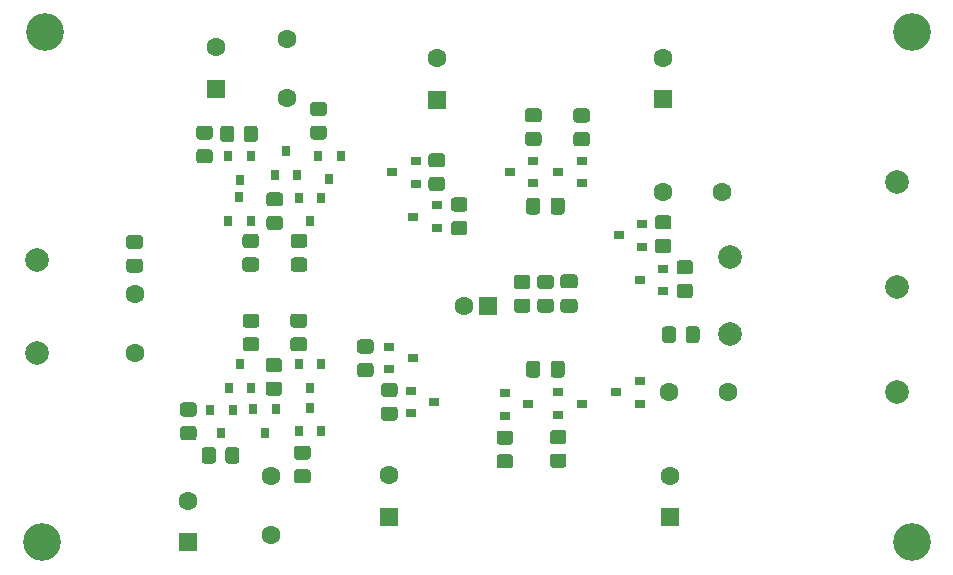
<source format=gbr>
G04 #@! TF.GenerationSoftware,KiCad,Pcbnew,(5.1.8-0-10_14)*
G04 #@! TF.CreationDate,2021-01-02T16:39:58+01:00*
G04 #@! TF.ProjectId,pre-amp-discret,7072652d-616d-4702-9d64-697363726574,rev?*
G04 #@! TF.SameCoordinates,Original*
G04 #@! TF.FileFunction,Soldermask,Top*
G04 #@! TF.FilePolarity,Negative*
%FSLAX46Y46*%
G04 Gerber Fmt 4.6, Leading zero omitted, Abs format (unit mm)*
G04 Created by KiCad (PCBNEW (5.1.8-0-10_14)) date 2021-01-02 16:39:58*
%MOMM*%
%LPD*%
G01*
G04 APERTURE LIST*
%ADD10R,0.900000X0.800000*%
%ADD11C,1.600000*%
%ADD12R,1.600000X1.600000*%
%ADD13R,0.800000X0.900000*%
%ADD14C,2.000000*%
%ADD15C,3.200000*%
G04 APERTURE END LIST*
D10*
X174834800Y-117515600D03*
X176834800Y-116565600D03*
X176834800Y-118465600D03*
X155657800Y-112181600D03*
X157657800Y-111231600D03*
X157657800Y-113131600D03*
X159226000Y-131633000D03*
X157226000Y-132583000D03*
X157226000Y-130683000D03*
D11*
X178612800Y-102494200D03*
D12*
X178612800Y-105994200D03*
G36*
G01*
X140738400Y-135693999D02*
X140738400Y-136594001D01*
G75*
G02*
X140488401Y-136844000I-249999J0D01*
G01*
X139788399Y-136844000D01*
G75*
G02*
X139538400Y-136594001I0J249999D01*
G01*
X139538400Y-135693999D01*
G75*
G02*
X139788399Y-135444000I249999J0D01*
G01*
X140488401Y-135444000D01*
G75*
G02*
X140738400Y-135693999I0J-249999D01*
G01*
G37*
G36*
G01*
X142738400Y-135693999D02*
X142738400Y-136594001D01*
G75*
G02*
X142488401Y-136844000I-249999J0D01*
G01*
X141788399Y-136844000D01*
G75*
G02*
X141538400Y-136594001I0J249999D01*
G01*
X141538400Y-135693999D01*
G75*
G02*
X141788399Y-135444000I249999J0D01*
G01*
X142488401Y-135444000D01*
G75*
G02*
X142738400Y-135693999I0J-249999D01*
G01*
G37*
G36*
G01*
X145193599Y-129898600D02*
X146093601Y-129898600D01*
G75*
G02*
X146343600Y-130148599I0J-249999D01*
G01*
X146343600Y-130848601D01*
G75*
G02*
X146093601Y-131098600I-249999J0D01*
G01*
X145193599Y-131098600D01*
G75*
G02*
X144943600Y-130848601I0J249999D01*
G01*
X144943600Y-130148599D01*
G75*
G02*
X145193599Y-129898600I249999J0D01*
G01*
G37*
G36*
G01*
X145193599Y-127898600D02*
X146093601Y-127898600D01*
G75*
G02*
X146343600Y-128148599I0J-249999D01*
G01*
X146343600Y-128848601D01*
G75*
G02*
X146093601Y-129098600I-249999J0D01*
G01*
X145193599Y-129098600D01*
G75*
G02*
X144943600Y-128848601I0J249999D01*
G01*
X144943600Y-128148599D01*
G75*
G02*
X145193599Y-127898600I249999J0D01*
G01*
G37*
G36*
G01*
X145269799Y-115868400D02*
X146169801Y-115868400D01*
G75*
G02*
X146419800Y-116118399I0J-249999D01*
G01*
X146419800Y-116818401D01*
G75*
G02*
X146169801Y-117068400I-249999J0D01*
G01*
X145269799Y-117068400D01*
G75*
G02*
X145019800Y-116818401I0J249999D01*
G01*
X145019800Y-116118399D01*
G75*
G02*
X145269799Y-115868400I249999J0D01*
G01*
G37*
G36*
G01*
X145269799Y-113868400D02*
X146169801Y-113868400D01*
G75*
G02*
X146419800Y-114118399I0J-249999D01*
G01*
X146419800Y-114818401D01*
G75*
G02*
X146169801Y-115068400I-249999J0D01*
G01*
X145269799Y-115068400D01*
G75*
G02*
X145019800Y-114818401I0J249999D01*
G01*
X145019800Y-114118399D01*
G75*
G02*
X145269799Y-113868400I249999J0D01*
G01*
G37*
G36*
G01*
X143097200Y-109365201D02*
X143097200Y-108465199D01*
G75*
G02*
X143347199Y-108215200I249999J0D01*
G01*
X144047201Y-108215200D01*
G75*
G02*
X144297200Y-108465199I0J-249999D01*
G01*
X144297200Y-109365201D01*
G75*
G02*
X144047201Y-109615200I-249999J0D01*
G01*
X143347199Y-109615200D01*
G75*
G02*
X143097200Y-109365201I0J249999D01*
G01*
G37*
G36*
G01*
X141097200Y-109365201D02*
X141097200Y-108465199D01*
G75*
G02*
X141347199Y-108215200I249999J0D01*
G01*
X142047201Y-108215200D01*
G75*
G02*
X142297200Y-108465199I0J-249999D01*
G01*
X142297200Y-109365201D01*
G75*
G02*
X142047201Y-109615200I-249999J0D01*
G01*
X141347199Y-109615200D01*
G75*
G02*
X141097200Y-109365201I0J249999D01*
G01*
G37*
D13*
X144871400Y-134232400D03*
X143921400Y-132232400D03*
X145821400Y-132232400D03*
X146669800Y-110395000D03*
X147619800Y-112395000D03*
X145719800Y-112395000D03*
D11*
X155422600Y-137845800D03*
D12*
X155422600Y-141345800D03*
D11*
X159435800Y-102519600D03*
D12*
X159435800Y-106019600D03*
G36*
G01*
X137954599Y-133664400D02*
X138854601Y-133664400D01*
G75*
G02*
X139104600Y-133914399I0J-249999D01*
G01*
X139104600Y-134614401D01*
G75*
G02*
X138854601Y-134864400I-249999J0D01*
G01*
X137954599Y-134864400D01*
G75*
G02*
X137704600Y-134614401I0J249999D01*
G01*
X137704600Y-133914399D01*
G75*
G02*
X137954599Y-133664400I249999J0D01*
G01*
G37*
G36*
G01*
X137954599Y-131664400D02*
X138854601Y-131664400D01*
G75*
G02*
X139104600Y-131914399I0J-249999D01*
G01*
X139104600Y-132614401D01*
G75*
G02*
X138854601Y-132864400I-249999J0D01*
G01*
X137954599Y-132864400D01*
G75*
G02*
X137704600Y-132614401I0J249999D01*
G01*
X137704600Y-131914399D01*
G75*
G02*
X137954599Y-131664400I249999J0D01*
G01*
G37*
D11*
X161753800Y-123469400D03*
D12*
X163753800Y-123469400D03*
D10*
X165614600Y-112130800D03*
X167614600Y-111180800D03*
X167614600Y-113080800D03*
G36*
G01*
X179702000Y-125470499D02*
X179702000Y-126370501D01*
G75*
G02*
X179452001Y-126620500I-249999J0D01*
G01*
X178751999Y-126620500D01*
G75*
G02*
X178502000Y-126370501I0J249999D01*
G01*
X178502000Y-125470499D01*
G75*
G02*
X178751999Y-125220500I249999J0D01*
G01*
X179452001Y-125220500D01*
G75*
G02*
X179702000Y-125470499I0J-249999D01*
G01*
G37*
G36*
G01*
X181702000Y-125470499D02*
X181702000Y-126370501D01*
G75*
G02*
X181452001Y-126620500I-249999J0D01*
G01*
X180751999Y-126620500D01*
G75*
G02*
X180502000Y-126370501I0J249999D01*
G01*
X180502000Y-125470499D01*
G75*
G02*
X180751999Y-125220500I249999J0D01*
G01*
X181452001Y-125220500D01*
G75*
G02*
X181702000Y-125470499I0J-249999D01*
G01*
G37*
G36*
G01*
X180891601Y-120824800D02*
X179991599Y-120824800D01*
G75*
G02*
X179741600Y-120574801I0J249999D01*
G01*
X179741600Y-119874799D01*
G75*
G02*
X179991599Y-119624800I249999J0D01*
G01*
X180891601Y-119624800D01*
G75*
G02*
X181141600Y-119874799I0J-249999D01*
G01*
X181141600Y-120574801D01*
G75*
G02*
X180891601Y-120824800I-249999J0D01*
G01*
G37*
G36*
G01*
X180891601Y-122824800D02*
X179991599Y-122824800D01*
G75*
G02*
X179741600Y-122574801I0J249999D01*
G01*
X179741600Y-121874799D01*
G75*
G02*
X179991599Y-121624800I249999J0D01*
G01*
X180891601Y-121624800D01*
G75*
G02*
X181141600Y-121874799I0J-249999D01*
G01*
X181141600Y-122574801D01*
G75*
G02*
X180891601Y-122824800I-249999J0D01*
G01*
G37*
G36*
G01*
X169272799Y-135994600D02*
X170172801Y-135994600D01*
G75*
G02*
X170422800Y-136244599I0J-249999D01*
G01*
X170422800Y-136944601D01*
G75*
G02*
X170172801Y-137194600I-249999J0D01*
G01*
X169272799Y-137194600D01*
G75*
G02*
X169022800Y-136944601I0J249999D01*
G01*
X169022800Y-136244599D01*
G75*
G02*
X169272799Y-135994600I249999J0D01*
G01*
G37*
G36*
G01*
X169272799Y-133994600D02*
X170172801Y-133994600D01*
G75*
G02*
X170422800Y-134244599I0J-249999D01*
G01*
X170422800Y-134944601D01*
G75*
G02*
X170172801Y-135194600I-249999J0D01*
G01*
X169272799Y-135194600D01*
G75*
G02*
X169022800Y-134944601I0J249999D01*
G01*
X169022800Y-134244599D01*
G75*
G02*
X169272799Y-133994600I249999J0D01*
G01*
G37*
G36*
G01*
X167164599Y-108747000D02*
X168064601Y-108747000D01*
G75*
G02*
X168314600Y-108996999I0J-249999D01*
G01*
X168314600Y-109697001D01*
G75*
G02*
X168064601Y-109947000I-249999J0D01*
G01*
X167164599Y-109947000D01*
G75*
G02*
X166914600Y-109697001I0J249999D01*
G01*
X166914600Y-108996999D01*
G75*
G02*
X167164599Y-108747000I249999J0D01*
G01*
G37*
G36*
G01*
X167164599Y-106747000D02*
X168064601Y-106747000D01*
G75*
G02*
X168314600Y-106996999I0J-249999D01*
G01*
X168314600Y-107697001D01*
G75*
G02*
X168064601Y-107947000I-249999J0D01*
G01*
X167164599Y-107947000D01*
G75*
G02*
X166914600Y-107697001I0J249999D01*
G01*
X166914600Y-106996999D01*
G75*
G02*
X167164599Y-106747000I249999J0D01*
G01*
G37*
G36*
G01*
X153840601Y-127523800D02*
X152940599Y-127523800D01*
G75*
G02*
X152690600Y-127273801I0J249999D01*
G01*
X152690600Y-126573799D01*
G75*
G02*
X152940599Y-126323800I249999J0D01*
G01*
X153840601Y-126323800D01*
G75*
G02*
X154090600Y-126573799I0J-249999D01*
G01*
X154090600Y-127273801D01*
G75*
G02*
X153840601Y-127523800I-249999J0D01*
G01*
G37*
G36*
G01*
X153840601Y-129523800D02*
X152940599Y-129523800D01*
G75*
G02*
X152690600Y-129273801I0J249999D01*
G01*
X152690600Y-128573799D01*
G75*
G02*
X152940599Y-128323800I249999J0D01*
G01*
X153840601Y-128323800D01*
G75*
G02*
X154090600Y-128573799I0J-249999D01*
G01*
X154090600Y-129273801D01*
G75*
G02*
X153840601Y-129523800I-249999J0D01*
G01*
G37*
G36*
G01*
X147327199Y-119383000D02*
X148227201Y-119383000D01*
G75*
G02*
X148477200Y-119632999I0J-249999D01*
G01*
X148477200Y-120333001D01*
G75*
G02*
X148227201Y-120583000I-249999J0D01*
G01*
X147327199Y-120583000D01*
G75*
G02*
X147077200Y-120333001I0J249999D01*
G01*
X147077200Y-119632999D01*
G75*
G02*
X147327199Y-119383000I249999J0D01*
G01*
G37*
G36*
G01*
X147327199Y-117383000D02*
X148227201Y-117383000D01*
G75*
G02*
X148477200Y-117632999I0J-249999D01*
G01*
X148477200Y-118333001D01*
G75*
G02*
X148227201Y-118583000I-249999J0D01*
G01*
X147327199Y-118583000D01*
G75*
G02*
X147077200Y-118333001I0J249999D01*
G01*
X147077200Y-117632999D01*
G75*
G02*
X147327199Y-117383000I249999J0D01*
G01*
G37*
G36*
G01*
X148978199Y-108213600D02*
X149878201Y-108213600D01*
G75*
G02*
X150128200Y-108463599I0J-249999D01*
G01*
X150128200Y-109163601D01*
G75*
G02*
X149878201Y-109413600I-249999J0D01*
G01*
X148978199Y-109413600D01*
G75*
G02*
X148728200Y-109163601I0J249999D01*
G01*
X148728200Y-108463599D01*
G75*
G02*
X148978199Y-108213600I249999J0D01*
G01*
G37*
G36*
G01*
X148978199Y-106213600D02*
X149878201Y-106213600D01*
G75*
G02*
X150128200Y-106463599I0J-249999D01*
G01*
X150128200Y-107163601D01*
G75*
G02*
X149878201Y-107413600I-249999J0D01*
G01*
X148978199Y-107413600D01*
G75*
G02*
X148728200Y-107163601I0J249999D01*
G01*
X148728200Y-106463599D01*
G75*
G02*
X148978199Y-106213600I249999J0D01*
G01*
G37*
G36*
G01*
X154972599Y-132006800D02*
X155872601Y-132006800D01*
G75*
G02*
X156122600Y-132256799I0J-249999D01*
G01*
X156122600Y-132956801D01*
G75*
G02*
X155872601Y-133206800I-249999J0D01*
G01*
X154972599Y-133206800D01*
G75*
G02*
X154722600Y-132956801I0J249999D01*
G01*
X154722600Y-132256799D01*
G75*
G02*
X154972599Y-132006800I249999J0D01*
G01*
G37*
G36*
G01*
X154972599Y-130006800D02*
X155872601Y-130006800D01*
G75*
G02*
X156122600Y-130256799I0J-249999D01*
G01*
X156122600Y-130956801D01*
G75*
G02*
X155872601Y-131206800I-249999J0D01*
G01*
X154972599Y-131206800D01*
G75*
G02*
X154722600Y-130956801I0J249999D01*
G01*
X154722600Y-130256799D01*
G75*
G02*
X154972599Y-130006800I249999J0D01*
G01*
G37*
G36*
G01*
X143237799Y-119383000D02*
X144137801Y-119383000D01*
G75*
G02*
X144387800Y-119632999I0J-249999D01*
G01*
X144387800Y-120333001D01*
G75*
G02*
X144137801Y-120583000I-249999J0D01*
G01*
X143237799Y-120583000D01*
G75*
G02*
X142987800Y-120333001I0J249999D01*
G01*
X142987800Y-119632999D01*
G75*
G02*
X143237799Y-119383000I249999J0D01*
G01*
G37*
G36*
G01*
X143237799Y-117383000D02*
X144137801Y-117383000D01*
G75*
G02*
X144387800Y-117632999I0J-249999D01*
G01*
X144387800Y-118333001D01*
G75*
G02*
X144137801Y-118583000I-249999J0D01*
G01*
X143237799Y-118583000D01*
G75*
G02*
X142987800Y-118333001I0J249999D01*
G01*
X142987800Y-117632999D01*
G75*
G02*
X143237799Y-117383000I249999J0D01*
G01*
G37*
G36*
G01*
X139326199Y-110220200D02*
X140226201Y-110220200D01*
G75*
G02*
X140476200Y-110470199I0J-249999D01*
G01*
X140476200Y-111170201D01*
G75*
G02*
X140226201Y-111420200I-249999J0D01*
G01*
X139326199Y-111420200D01*
G75*
G02*
X139076200Y-111170201I0J249999D01*
G01*
X139076200Y-110470199D01*
G75*
G02*
X139326199Y-110220200I249999J0D01*
G01*
G37*
G36*
G01*
X139326199Y-108220200D02*
X140226201Y-108220200D01*
G75*
G02*
X140476200Y-108470199I0J-249999D01*
G01*
X140476200Y-109170201D01*
G75*
G02*
X140226201Y-109420200I-249999J0D01*
G01*
X139326199Y-109420200D01*
G75*
G02*
X139076200Y-109170201I0J249999D01*
G01*
X139076200Y-108470199D01*
G75*
G02*
X139326199Y-108220200I249999J0D01*
G01*
G37*
D13*
X148701800Y-116325400D03*
X147751800Y-114325400D03*
X149651800Y-114325400D03*
X150342600Y-112776000D03*
X149392600Y-110776000D03*
X151292600Y-110776000D03*
D10*
X157403800Y-127889000D03*
X155403800Y-128839000D03*
X155403800Y-126939000D03*
D13*
X142748000Y-112794800D03*
X141798000Y-110794800D03*
X143698000Y-110794800D03*
X142737800Y-114300000D03*
X143687800Y-116300000D03*
X141787800Y-116300000D03*
G36*
G01*
X168184500Y-114561600D02*
X168184500Y-115511600D01*
G75*
G02*
X167934500Y-115761600I-250000J0D01*
G01*
X167259500Y-115761600D01*
G75*
G02*
X167009500Y-115511600I0J250000D01*
G01*
X167009500Y-114561600D01*
G75*
G02*
X167259500Y-114311600I250000J0D01*
G01*
X167934500Y-114311600D01*
G75*
G02*
X168184500Y-114561600I0J-250000D01*
G01*
G37*
G36*
G01*
X170259500Y-114561600D02*
X170259500Y-115511600D01*
G75*
G02*
X170009500Y-115761600I-250000J0D01*
G01*
X169334500Y-115761600D01*
G75*
G02*
X169084500Y-115511600I0J250000D01*
G01*
X169084500Y-114561600D01*
G75*
G02*
X169334500Y-114311600I250000J0D01*
G01*
X170009500Y-114311600D01*
G75*
G02*
X170259500Y-114561600I0J-250000D01*
G01*
G37*
D11*
X138379200Y-139979400D03*
D12*
X138379200Y-143479400D03*
D11*
X140792200Y-101605200D03*
D12*
X140792200Y-105105200D03*
D11*
X179171600Y-137901800D03*
D12*
X179171600Y-141401800D03*
D11*
X145415000Y-142922000D03*
X145415000Y-137922000D03*
X146786600Y-105892600D03*
X146786600Y-100892600D03*
X184133500Y-130810000D03*
X179133500Y-130810000D03*
X178587400Y-113817400D03*
X183587400Y-113817400D03*
D14*
X184302400Y-119354600D03*
X184251600Y-125907800D03*
X198374000Y-121920000D03*
X125603000Y-127508000D03*
X198374000Y-130810000D03*
X125603000Y-119634000D03*
X198374000Y-113030000D03*
D13*
X148706800Y-132112000D03*
X149656800Y-134112000D03*
X147756800Y-134112000D03*
D10*
X174657000Y-130807500D03*
X176657000Y-129857500D03*
X176657000Y-131757500D03*
G36*
G01*
X158985799Y-112557000D02*
X159885801Y-112557000D01*
G75*
G02*
X160135800Y-112806999I0J-249999D01*
G01*
X160135800Y-113507001D01*
G75*
G02*
X159885801Y-113757000I-249999J0D01*
G01*
X158985799Y-113757000D01*
G75*
G02*
X158735800Y-113507001I0J249999D01*
G01*
X158735800Y-112806999D01*
G75*
G02*
X158985799Y-112557000I249999J0D01*
G01*
G37*
G36*
G01*
X158985799Y-110557000D02*
X159885801Y-110557000D01*
G75*
G02*
X160135800Y-110806999I0J-249999D01*
G01*
X160135800Y-111507001D01*
G75*
G02*
X159885801Y-111757000I-249999J0D01*
G01*
X158985799Y-111757000D01*
G75*
G02*
X158735800Y-111507001I0J249999D01*
G01*
X158735800Y-110806999D01*
G75*
G02*
X158985799Y-110557000I249999J0D01*
G01*
G37*
G36*
G01*
X168184500Y-128366500D02*
X168184500Y-129316500D01*
G75*
G02*
X167934500Y-129566500I-250000J0D01*
G01*
X167259500Y-129566500D01*
G75*
G02*
X167009500Y-129316500I0J250000D01*
G01*
X167009500Y-128366500D01*
G75*
G02*
X167259500Y-128116500I250000J0D01*
G01*
X167934500Y-128116500D01*
G75*
G02*
X168184500Y-128366500I0J-250000D01*
G01*
G37*
G36*
G01*
X170259500Y-128366500D02*
X170259500Y-129316500D01*
G75*
G02*
X170009500Y-129566500I-250000J0D01*
G01*
X169334500Y-129566500D01*
G75*
G02*
X169084500Y-129316500I0J250000D01*
G01*
X169084500Y-128366500D01*
G75*
G02*
X169334500Y-128116500I250000J0D01*
G01*
X170009500Y-128116500D01*
G75*
G02*
X170259500Y-128366500I0J-250000D01*
G01*
G37*
G36*
G01*
X171112200Y-121999500D02*
X170162200Y-121999500D01*
G75*
G02*
X169912200Y-121749500I0J250000D01*
G01*
X169912200Y-121074500D01*
G75*
G02*
X170162200Y-120824500I250000J0D01*
G01*
X171112200Y-120824500D01*
G75*
G02*
X171362200Y-121074500I0J-250000D01*
G01*
X171362200Y-121749500D01*
G75*
G02*
X171112200Y-121999500I-250000J0D01*
G01*
G37*
G36*
G01*
X171112200Y-124074500D02*
X170162200Y-124074500D01*
G75*
G02*
X169912200Y-123824500I0J250000D01*
G01*
X169912200Y-123149500D01*
G75*
G02*
X170162200Y-122899500I250000J0D01*
G01*
X171112200Y-122899500D01*
G75*
G02*
X171362200Y-123149500I0J-250000D01*
G01*
X171362200Y-123824500D01*
G75*
G02*
X171112200Y-124074500I-250000J0D01*
G01*
G37*
X178625500Y-122232500D03*
X178625500Y-120332500D03*
X176625500Y-121282500D03*
G36*
G01*
X134308001Y-118675200D02*
X133407999Y-118675200D01*
G75*
G02*
X133158000Y-118425201I0J249999D01*
G01*
X133158000Y-117725199D01*
G75*
G02*
X133407999Y-117475200I249999J0D01*
G01*
X134308001Y-117475200D01*
G75*
G02*
X134558000Y-117725199I0J-249999D01*
G01*
X134558000Y-118425201D01*
G75*
G02*
X134308001Y-118675200I-249999J0D01*
G01*
G37*
G36*
G01*
X134308001Y-120675200D02*
X133407999Y-120675200D01*
G75*
G02*
X133158000Y-120425201I0J249999D01*
G01*
X133158000Y-119725199D01*
G75*
G02*
X133407999Y-119475200I249999J0D01*
G01*
X134308001Y-119475200D01*
G75*
G02*
X134558000Y-119725199I0J-249999D01*
G01*
X134558000Y-120425201D01*
G75*
G02*
X134308001Y-120675200I-249999J0D01*
G01*
G37*
G36*
G01*
X178162799Y-117814800D02*
X179062801Y-117814800D01*
G75*
G02*
X179312800Y-118064799I0J-249999D01*
G01*
X179312800Y-118764801D01*
G75*
G02*
X179062801Y-119014800I-249999J0D01*
G01*
X178162799Y-119014800D01*
G75*
G02*
X177912800Y-118764801I0J249999D01*
G01*
X177912800Y-118064799D01*
G75*
G02*
X178162799Y-117814800I249999J0D01*
G01*
G37*
G36*
G01*
X178162799Y-115814800D02*
X179062801Y-115814800D01*
G75*
G02*
X179312800Y-116064799I0J-249999D01*
G01*
X179312800Y-116764801D01*
G75*
G02*
X179062801Y-117014800I-249999J0D01*
G01*
X178162799Y-117014800D01*
G75*
G02*
X177912800Y-116764801I0J249999D01*
G01*
X177912800Y-116064799D01*
G75*
G02*
X178162799Y-115814800I249999J0D01*
G01*
G37*
G36*
G01*
X171253999Y-108772400D02*
X172154001Y-108772400D01*
G75*
G02*
X172404000Y-109022399I0J-249999D01*
G01*
X172404000Y-109722401D01*
G75*
G02*
X172154001Y-109972400I-249999J0D01*
G01*
X171253999Y-109972400D01*
G75*
G02*
X171004000Y-109722401I0J249999D01*
G01*
X171004000Y-109022399D01*
G75*
G02*
X171253999Y-108772400I249999J0D01*
G01*
G37*
G36*
G01*
X171253999Y-106772400D02*
X172154001Y-106772400D01*
G75*
G02*
X172404000Y-107022399I0J-249999D01*
G01*
X172404000Y-107722401D01*
G75*
G02*
X172154001Y-107972400I-249999J0D01*
G01*
X171253999Y-107972400D01*
G75*
G02*
X171004000Y-107722401I0J249999D01*
G01*
X171004000Y-107022399D01*
G75*
G02*
X171253999Y-106772400I249999J0D01*
G01*
G37*
G36*
G01*
X164751599Y-136045400D02*
X165651601Y-136045400D01*
G75*
G02*
X165901600Y-136295399I0J-249999D01*
G01*
X165901600Y-136995401D01*
G75*
G02*
X165651601Y-137245400I-249999J0D01*
G01*
X164751599Y-137245400D01*
G75*
G02*
X164501600Y-136995401I0J249999D01*
G01*
X164501600Y-136295399D01*
G75*
G02*
X164751599Y-136045400I249999J0D01*
G01*
G37*
G36*
G01*
X164751599Y-134045400D02*
X165651601Y-134045400D01*
G75*
G02*
X165901600Y-134295399I0J-249999D01*
G01*
X165901600Y-134995401D01*
G75*
G02*
X165651601Y-135245400I-249999J0D01*
G01*
X164751599Y-135245400D01*
G75*
G02*
X164501600Y-134995401I0J249999D01*
G01*
X164501600Y-134295399D01*
G75*
G02*
X164751599Y-134045400I249999J0D01*
G01*
G37*
G36*
G01*
X169106001Y-122062800D02*
X168205999Y-122062800D01*
G75*
G02*
X167956000Y-121812801I0J249999D01*
G01*
X167956000Y-121112799D01*
G75*
G02*
X168205999Y-120862800I249999J0D01*
G01*
X169106001Y-120862800D01*
G75*
G02*
X169356000Y-121112799I0J-249999D01*
G01*
X169356000Y-121812801D01*
G75*
G02*
X169106001Y-122062800I-249999J0D01*
G01*
G37*
G36*
G01*
X169106001Y-124062800D02*
X168205999Y-124062800D01*
G75*
G02*
X167956000Y-123812801I0J249999D01*
G01*
X167956000Y-123112799D01*
G75*
G02*
X168205999Y-122862800I249999J0D01*
G01*
X169106001Y-122862800D01*
G75*
G02*
X169356000Y-123112799I0J-249999D01*
G01*
X169356000Y-123812801D01*
G75*
G02*
X169106001Y-124062800I-249999J0D01*
G01*
G37*
G36*
G01*
X166224799Y-122862800D02*
X167124801Y-122862800D01*
G75*
G02*
X167374800Y-123112799I0J-249999D01*
G01*
X167374800Y-123812801D01*
G75*
G02*
X167124801Y-124062800I-249999J0D01*
G01*
X166224799Y-124062800D01*
G75*
G02*
X165974800Y-123812801I0J249999D01*
G01*
X165974800Y-123112799D01*
G75*
G02*
X166224799Y-122862800I249999J0D01*
G01*
G37*
G36*
G01*
X166224799Y-120862800D02*
X167124801Y-120862800D01*
G75*
G02*
X167374800Y-121112799I0J-249999D01*
G01*
X167374800Y-121812801D01*
G75*
G02*
X167124801Y-122062800I-249999J0D01*
G01*
X166224799Y-122062800D01*
G75*
G02*
X165974800Y-121812801I0J249999D01*
G01*
X165974800Y-121112799D01*
G75*
G02*
X166224799Y-120862800I249999J0D01*
G01*
G37*
G36*
G01*
X161790801Y-115500200D02*
X160890799Y-115500200D01*
G75*
G02*
X160640800Y-115250201I0J249999D01*
G01*
X160640800Y-114550199D01*
G75*
G02*
X160890799Y-114300200I249999J0D01*
G01*
X161790801Y-114300200D01*
G75*
G02*
X162040800Y-114550199I0J-249999D01*
G01*
X162040800Y-115250201D01*
G75*
G02*
X161790801Y-115500200I-249999J0D01*
G01*
G37*
G36*
G01*
X161790801Y-117500200D02*
X160890799Y-117500200D01*
G75*
G02*
X160640800Y-117250201I0J249999D01*
G01*
X160640800Y-116550199D01*
G75*
G02*
X160890799Y-116300200I249999J0D01*
G01*
X161790801Y-116300200D01*
G75*
G02*
X162040800Y-116550199I0J-249999D01*
G01*
X162040800Y-117250201D01*
G75*
G02*
X161790801Y-117500200I-249999J0D01*
G01*
G37*
G36*
G01*
X147606599Y-137315400D02*
X148506601Y-137315400D01*
G75*
G02*
X148756600Y-137565399I0J-249999D01*
G01*
X148756600Y-138265401D01*
G75*
G02*
X148506601Y-138515400I-249999J0D01*
G01*
X147606599Y-138515400D01*
G75*
G02*
X147356600Y-138265401I0J249999D01*
G01*
X147356600Y-137565399D01*
G75*
G02*
X147606599Y-137315400I249999J0D01*
G01*
G37*
G36*
G01*
X147606599Y-135315400D02*
X148506601Y-135315400D01*
G75*
G02*
X148756600Y-135565399I0J-249999D01*
G01*
X148756600Y-136265401D01*
G75*
G02*
X148506601Y-136515400I-249999J0D01*
G01*
X147606599Y-136515400D01*
G75*
G02*
X147356600Y-136265401I0J249999D01*
G01*
X147356600Y-135565399D01*
G75*
G02*
X147606599Y-135315400I249999J0D01*
G01*
G37*
G36*
G01*
X147301799Y-126139400D02*
X148201801Y-126139400D01*
G75*
G02*
X148451800Y-126389399I0J-249999D01*
G01*
X148451800Y-127089401D01*
G75*
G02*
X148201801Y-127339400I-249999J0D01*
G01*
X147301799Y-127339400D01*
G75*
G02*
X147051800Y-127089401I0J249999D01*
G01*
X147051800Y-126389399D01*
G75*
G02*
X147301799Y-126139400I249999J0D01*
G01*
G37*
G36*
G01*
X147301799Y-124139400D02*
X148201801Y-124139400D01*
G75*
G02*
X148451800Y-124389399I0J-249999D01*
G01*
X148451800Y-125089401D01*
G75*
G02*
X148201801Y-125339400I-249999J0D01*
G01*
X147301799Y-125339400D01*
G75*
G02*
X147051800Y-125089401I0J249999D01*
G01*
X147051800Y-124389399D01*
G75*
G02*
X147301799Y-124139400I249999J0D01*
G01*
G37*
G36*
G01*
X143263199Y-126139400D02*
X144163201Y-126139400D01*
G75*
G02*
X144413200Y-126389399I0J-249999D01*
G01*
X144413200Y-127089401D01*
G75*
G02*
X144163201Y-127339400I-249999J0D01*
G01*
X143263199Y-127339400D01*
G75*
G02*
X143013200Y-127089401I0J249999D01*
G01*
X143013200Y-126389399D01*
G75*
G02*
X143263199Y-126139400I249999J0D01*
G01*
G37*
G36*
G01*
X143263199Y-124139400D02*
X144163201Y-124139400D01*
G75*
G02*
X144413200Y-124389399I0J-249999D01*
G01*
X144413200Y-125089401D01*
G75*
G02*
X144163201Y-125339400I-249999J0D01*
G01*
X143263199Y-125339400D01*
G75*
G02*
X143013200Y-125089401I0J249999D01*
G01*
X143013200Y-124389399D01*
G75*
G02*
X143263199Y-124139400I249999J0D01*
G01*
G37*
X171735500Y-131760000D03*
X169735500Y-132710000D03*
X169735500Y-130810000D03*
X169704000Y-112130800D03*
X171704000Y-111180800D03*
X171704000Y-113080800D03*
X167195500Y-131826000D03*
X165195500Y-132776000D03*
X165195500Y-130876000D03*
D13*
X148717000Y-130422400D03*
X147767000Y-128422400D03*
X149667000Y-128422400D03*
D10*
X157445200Y-115925600D03*
X159445200Y-114975600D03*
X159445200Y-116875600D03*
D13*
X141198600Y-134264400D03*
X140248600Y-132264400D03*
X142148600Y-132264400D03*
X142763200Y-128403600D03*
X143713200Y-130403600D03*
X141813200Y-130403600D03*
D15*
X126238000Y-100330000D03*
X125984000Y-143510000D03*
X199644000Y-143510000D03*
X199644000Y-100330000D03*
D11*
X133858000Y-127491500D03*
X133858000Y-122491500D03*
M02*

</source>
